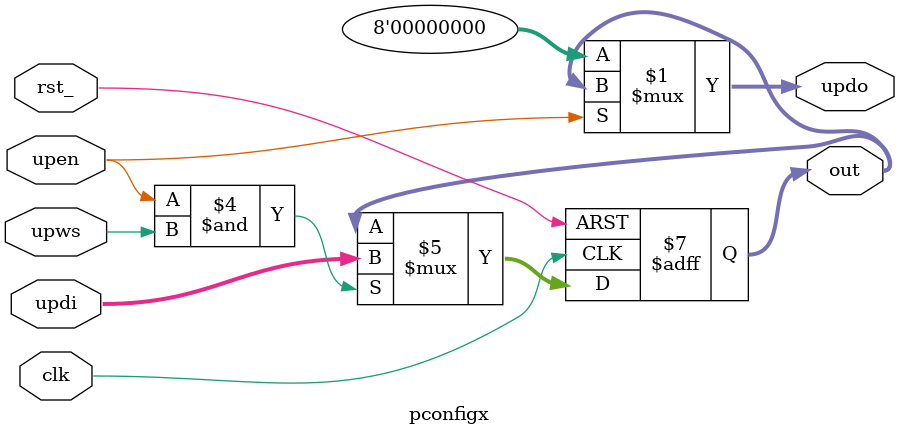
<source format=v>
module pconfigx
    (
     clk,
     rst_,
     upen,
     upws,
     updi,
     out,
     updo
     );

parameter WIDTH = 8;
parameter RESET_VALUE = {WIDTH{1'b0}};

input   clk,
        rst_,
        upen,               // Microprocessor enable
        upws;               // Microprocessor write strobe
        
input   [WIDTH-1:0] updi;   // Microprocessor data in

output  [WIDTH-1:0] out;

output  [WIDTH-1:0] updo;   // Microprocessor data out

reg     [WIDTH-1:0] out;

assign updo = upen ? out : {WIDTH{1'b0}};

always @(posedge clk or negedge rst_)
    begin
    if(!rst_) out <= RESET_VALUE;
    else if(upen & upws) out <= updi;
    end

endmodule

</source>
